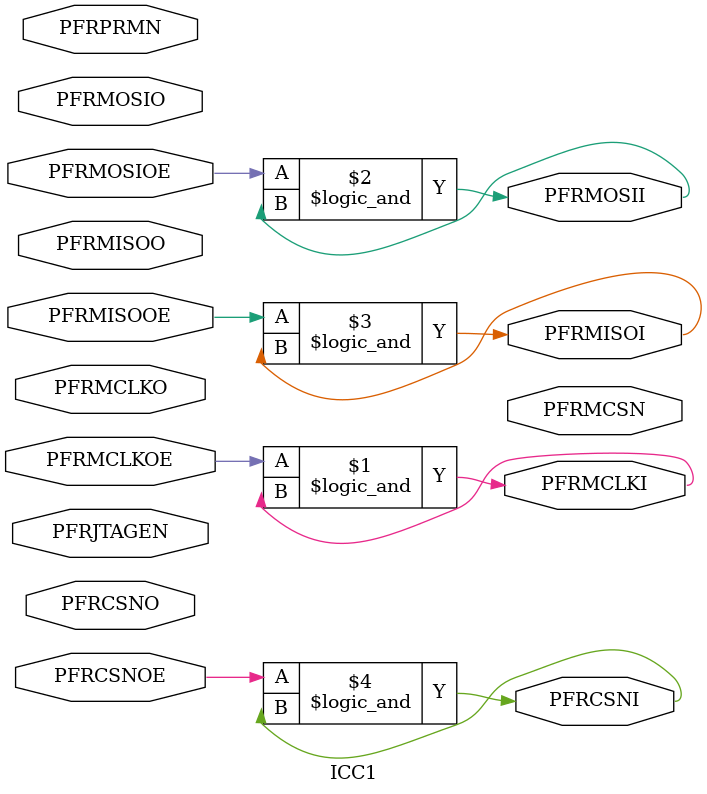
<source format=v>
module ICC1(
PFRPRMN, PFRJTAGEN,
PFRMCLKO, PFRMCLKOE,
PFRMOSIO, PFRMOSIOE,
PFRMISOO, PFRMISOOE,
PFRCSNO, PFRCSNOE,
PFRMCSN, PFRMCLKI,
PFRMOSII, PFRMISOI, PFRCSNI);

input  PFRPRMN, PFRJTAGEN;
input PFRMCLKO, PFRMCLKOE;
input PFRMOSIO, PFRMOSIOE;
input PFRMISOO, PFRMISOOE;
input PFRCSNO, PFRCSNOE;

output PFRMCSN, PFRMCLKI;
output PFRMOSII, PFRMISOI;
output PFRCSNI;

// SOF-130504

// This one is a plain output.
// allow simulation, dont force to zero.
// assign PFRMCSN  = 1'b0;

// The following are from BIDI signals.
// OE is the Tristate control (PADDT) of the IO pad.
// When OE=1, IO tristate. IO dir is IN, or icc1 outputs are active.
// When OE=0, IO non-tristate. IO dir is OUT, or icc1 module inputs are used.

// Note: IO dir is OPPOSITE of icc1 port dir.

// Enable icc1 outputs when OE=1
assign PFRMCLKI = (PFRMCLKOE && PFRMCLKI);
assign PFRMOSII = (PFRMOSIOE && PFRMOSII);
assign PFRMISOI = (PFRMISOOE && PFRMISOI);
assign PFRCSNI = (PFRCSNOE && PFRCSNI);


endmodule

</source>
